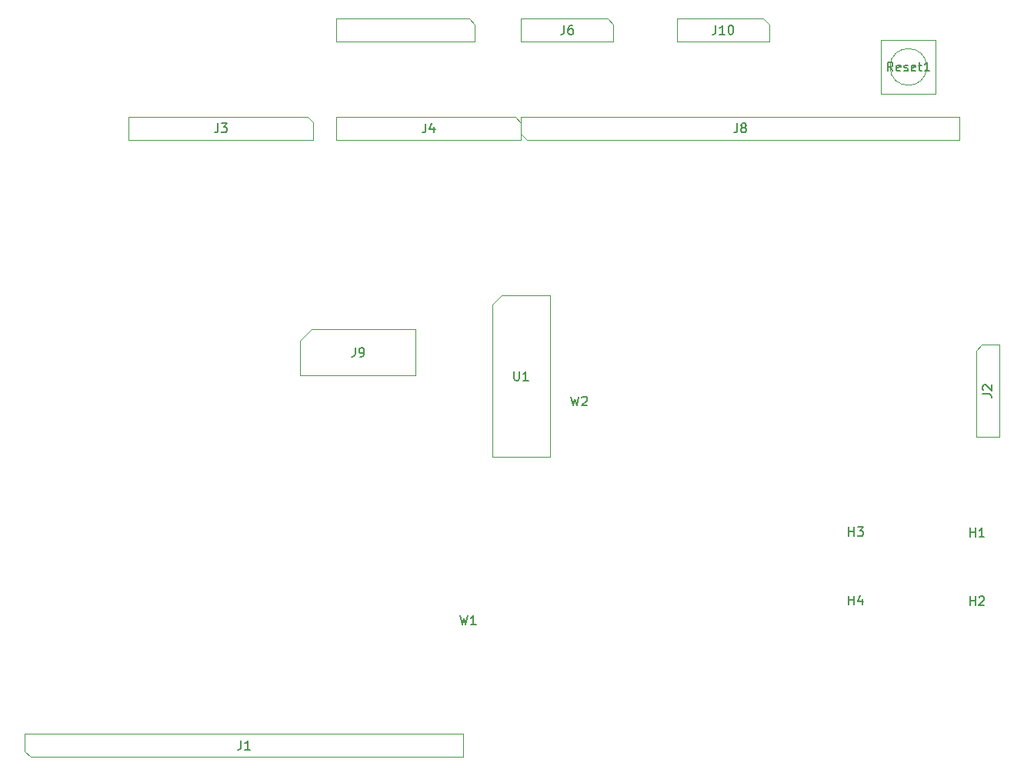
<source format=gbr>
G04 #@! TF.GenerationSoftware,KiCad,Pcbnew,7.0.9*
G04 #@! TF.CreationDate,2024-04-03T04:08:09-05:00*
G04 #@! TF.ProjectId,Arduino Controller - Entrex Trapezoid,41726475-696e-46f2-9043-6f6e74726f6c,rev?*
G04 #@! TF.SameCoordinates,Original*
G04 #@! TF.FileFunction,AssemblyDrawing,Top*
%FSLAX46Y46*%
G04 Gerber Fmt 4.6, Leading zero omitted, Abs format (unit mm)*
G04 Created by KiCad (PCBNEW 7.0.9) date 2024-04-03 04:08:09*
%MOMM*%
%LPD*%
G01*
G04 APERTURE LIST*
%ADD10C,0.150000*%
%ADD11C,0.100000*%
G04 APERTURE END LIST*
D10*
X153022819Y-84489333D02*
X153737104Y-84489333D01*
X153737104Y-84489333D02*
X153879961Y-84536952D01*
X153879961Y-84536952D02*
X153975200Y-84632190D01*
X153975200Y-84632190D02*
X154022819Y-84775047D01*
X154022819Y-84775047D02*
X154022819Y-84870285D01*
X153118057Y-84060761D02*
X153070438Y-84013142D01*
X153070438Y-84013142D02*
X153022819Y-83917904D01*
X153022819Y-83917904D02*
X153022819Y-83679809D01*
X153022819Y-83679809D02*
X153070438Y-83584571D01*
X153070438Y-83584571D02*
X153118057Y-83536952D01*
X153118057Y-83536952D02*
X153213295Y-83489333D01*
X153213295Y-83489333D02*
X153308533Y-83489333D01*
X153308533Y-83489333D02*
X153451390Y-83536952D01*
X153451390Y-83536952D02*
X154022819Y-84108380D01*
X154022819Y-84108380D02*
X154022819Y-83489333D01*
X91732666Y-54710819D02*
X91732666Y-55425104D01*
X91732666Y-55425104D02*
X91685047Y-55567961D01*
X91685047Y-55567961D02*
X91589809Y-55663200D01*
X91589809Y-55663200D02*
X91446952Y-55710819D01*
X91446952Y-55710819D02*
X91351714Y-55710819D01*
X92637428Y-55044152D02*
X92637428Y-55710819D01*
X92399333Y-54663200D02*
X92161238Y-55377485D01*
X92161238Y-55377485D02*
X92780285Y-55377485D01*
X68872666Y-54700819D02*
X68872666Y-55415104D01*
X68872666Y-55415104D02*
X68825047Y-55557961D01*
X68825047Y-55557961D02*
X68729809Y-55653200D01*
X68729809Y-55653200D02*
X68586952Y-55700819D01*
X68586952Y-55700819D02*
X68491714Y-55700819D01*
X69253619Y-54700819D02*
X69872666Y-54700819D01*
X69872666Y-54700819D02*
X69539333Y-55081771D01*
X69539333Y-55081771D02*
X69682190Y-55081771D01*
X69682190Y-55081771D02*
X69777428Y-55129390D01*
X69777428Y-55129390D02*
X69825047Y-55177009D01*
X69825047Y-55177009D02*
X69872666Y-55272247D01*
X69872666Y-55272247D02*
X69872666Y-55510342D01*
X69872666Y-55510342D02*
X69825047Y-55605580D01*
X69825047Y-55605580D02*
X69777428Y-55653200D01*
X69777428Y-55653200D02*
X69682190Y-55700819D01*
X69682190Y-55700819D02*
X69396476Y-55700819D01*
X69396476Y-55700819D02*
X69301238Y-55653200D01*
X69301238Y-55653200D02*
X69253619Y-55605580D01*
X106981666Y-43904819D02*
X106981666Y-44619104D01*
X106981666Y-44619104D02*
X106934047Y-44761961D01*
X106934047Y-44761961D02*
X106838809Y-44857200D01*
X106838809Y-44857200D02*
X106695952Y-44904819D01*
X106695952Y-44904819D02*
X106600714Y-44904819D01*
X107886428Y-43904819D02*
X107695952Y-43904819D01*
X107695952Y-43904819D02*
X107600714Y-43952438D01*
X107600714Y-43952438D02*
X107553095Y-44000057D01*
X107553095Y-44000057D02*
X107457857Y-44142914D01*
X107457857Y-44142914D02*
X107410238Y-44333390D01*
X107410238Y-44333390D02*
X107410238Y-44714342D01*
X107410238Y-44714342D02*
X107457857Y-44809580D01*
X107457857Y-44809580D02*
X107505476Y-44857200D01*
X107505476Y-44857200D02*
X107600714Y-44904819D01*
X107600714Y-44904819D02*
X107791190Y-44904819D01*
X107791190Y-44904819D02*
X107886428Y-44857200D01*
X107886428Y-44857200D02*
X107934047Y-44809580D01*
X107934047Y-44809580D02*
X107981666Y-44714342D01*
X107981666Y-44714342D02*
X107981666Y-44476247D01*
X107981666Y-44476247D02*
X107934047Y-44381009D01*
X107934047Y-44381009D02*
X107886428Y-44333390D01*
X107886428Y-44333390D02*
X107791190Y-44285771D01*
X107791190Y-44285771D02*
X107600714Y-44285771D01*
X107600714Y-44285771D02*
X107505476Y-44333390D01*
X107505476Y-44333390D02*
X107457857Y-44381009D01*
X107457857Y-44381009D02*
X107410238Y-44476247D01*
X143143713Y-48940819D02*
X142810380Y-48464628D01*
X142572285Y-48940819D02*
X142572285Y-47940819D01*
X142572285Y-47940819D02*
X142953237Y-47940819D01*
X142953237Y-47940819D02*
X143048475Y-47988438D01*
X143048475Y-47988438D02*
X143096094Y-48036057D01*
X143096094Y-48036057D02*
X143143713Y-48131295D01*
X143143713Y-48131295D02*
X143143713Y-48274152D01*
X143143713Y-48274152D02*
X143096094Y-48369390D01*
X143096094Y-48369390D02*
X143048475Y-48417009D01*
X143048475Y-48417009D02*
X142953237Y-48464628D01*
X142953237Y-48464628D02*
X142572285Y-48464628D01*
X143953237Y-48893200D02*
X143857999Y-48940819D01*
X143857999Y-48940819D02*
X143667523Y-48940819D01*
X143667523Y-48940819D02*
X143572285Y-48893200D01*
X143572285Y-48893200D02*
X143524666Y-48797961D01*
X143524666Y-48797961D02*
X143524666Y-48417009D01*
X143524666Y-48417009D02*
X143572285Y-48321771D01*
X143572285Y-48321771D02*
X143667523Y-48274152D01*
X143667523Y-48274152D02*
X143857999Y-48274152D01*
X143857999Y-48274152D02*
X143953237Y-48321771D01*
X143953237Y-48321771D02*
X144000856Y-48417009D01*
X144000856Y-48417009D02*
X144000856Y-48512247D01*
X144000856Y-48512247D02*
X143524666Y-48607485D01*
X144381809Y-48893200D02*
X144477047Y-48940819D01*
X144477047Y-48940819D02*
X144667523Y-48940819D01*
X144667523Y-48940819D02*
X144762761Y-48893200D01*
X144762761Y-48893200D02*
X144810380Y-48797961D01*
X144810380Y-48797961D02*
X144810380Y-48750342D01*
X144810380Y-48750342D02*
X144762761Y-48655104D01*
X144762761Y-48655104D02*
X144667523Y-48607485D01*
X144667523Y-48607485D02*
X144524666Y-48607485D01*
X144524666Y-48607485D02*
X144429428Y-48559866D01*
X144429428Y-48559866D02*
X144381809Y-48464628D01*
X144381809Y-48464628D02*
X144381809Y-48417009D01*
X144381809Y-48417009D02*
X144429428Y-48321771D01*
X144429428Y-48321771D02*
X144524666Y-48274152D01*
X144524666Y-48274152D02*
X144667523Y-48274152D01*
X144667523Y-48274152D02*
X144762761Y-48321771D01*
X145619904Y-48893200D02*
X145524666Y-48940819D01*
X145524666Y-48940819D02*
X145334190Y-48940819D01*
X145334190Y-48940819D02*
X145238952Y-48893200D01*
X145238952Y-48893200D02*
X145191333Y-48797961D01*
X145191333Y-48797961D02*
X145191333Y-48417009D01*
X145191333Y-48417009D02*
X145238952Y-48321771D01*
X145238952Y-48321771D02*
X145334190Y-48274152D01*
X145334190Y-48274152D02*
X145524666Y-48274152D01*
X145524666Y-48274152D02*
X145619904Y-48321771D01*
X145619904Y-48321771D02*
X145667523Y-48417009D01*
X145667523Y-48417009D02*
X145667523Y-48512247D01*
X145667523Y-48512247D02*
X145191333Y-48607485D01*
X145953238Y-48274152D02*
X146334190Y-48274152D01*
X146096095Y-47940819D02*
X146096095Y-48797961D01*
X146096095Y-48797961D02*
X146143714Y-48893200D01*
X146143714Y-48893200D02*
X146238952Y-48940819D01*
X146238952Y-48940819D02*
X146334190Y-48940819D01*
X147191333Y-48940819D02*
X146619905Y-48940819D01*
X146905619Y-48940819D02*
X146905619Y-47940819D01*
X146905619Y-47940819D02*
X146810381Y-48083676D01*
X146810381Y-48083676D02*
X146715143Y-48178914D01*
X146715143Y-48178914D02*
X146619905Y-48226533D01*
X126022666Y-54700819D02*
X126022666Y-55415104D01*
X126022666Y-55415104D02*
X125975047Y-55557961D01*
X125975047Y-55557961D02*
X125879809Y-55653200D01*
X125879809Y-55653200D02*
X125736952Y-55700819D01*
X125736952Y-55700819D02*
X125641714Y-55700819D01*
X126641714Y-55129390D02*
X126546476Y-55081771D01*
X126546476Y-55081771D02*
X126498857Y-55034152D01*
X126498857Y-55034152D02*
X126451238Y-54938914D01*
X126451238Y-54938914D02*
X126451238Y-54891295D01*
X126451238Y-54891295D02*
X126498857Y-54796057D01*
X126498857Y-54796057D02*
X126546476Y-54748438D01*
X126546476Y-54748438D02*
X126641714Y-54700819D01*
X126641714Y-54700819D02*
X126832190Y-54700819D01*
X126832190Y-54700819D02*
X126927428Y-54748438D01*
X126927428Y-54748438D02*
X126975047Y-54796057D01*
X126975047Y-54796057D02*
X127022666Y-54891295D01*
X127022666Y-54891295D02*
X127022666Y-54938914D01*
X127022666Y-54938914D02*
X126975047Y-55034152D01*
X126975047Y-55034152D02*
X126927428Y-55081771D01*
X126927428Y-55081771D02*
X126832190Y-55129390D01*
X126832190Y-55129390D02*
X126641714Y-55129390D01*
X126641714Y-55129390D02*
X126546476Y-55177009D01*
X126546476Y-55177009D02*
X126498857Y-55224628D01*
X126498857Y-55224628D02*
X126451238Y-55319866D01*
X126451238Y-55319866D02*
X126451238Y-55510342D01*
X126451238Y-55510342D02*
X126498857Y-55605580D01*
X126498857Y-55605580D02*
X126546476Y-55653200D01*
X126546476Y-55653200D02*
X126641714Y-55700819D01*
X126641714Y-55700819D02*
X126832190Y-55700819D01*
X126832190Y-55700819D02*
X126927428Y-55653200D01*
X126927428Y-55653200D02*
X126975047Y-55605580D01*
X126975047Y-55605580D02*
X127022666Y-55510342D01*
X127022666Y-55510342D02*
X127022666Y-55319866D01*
X127022666Y-55319866D02*
X126975047Y-55224628D01*
X126975047Y-55224628D02*
X126927428Y-55177009D01*
X126927428Y-55177009D02*
X126832190Y-55129390D01*
X151638095Y-100219819D02*
X151638095Y-99219819D01*
X151638095Y-99696009D02*
X152209523Y-99696009D01*
X152209523Y-100219819D02*
X152209523Y-99219819D01*
X153209523Y-100219819D02*
X152638095Y-100219819D01*
X152923809Y-100219819D02*
X152923809Y-99219819D01*
X152923809Y-99219819D02*
X152828571Y-99362676D01*
X152828571Y-99362676D02*
X152733333Y-99457914D01*
X152733333Y-99457914D02*
X152638095Y-99505533D01*
X138303095Y-107699819D02*
X138303095Y-106699819D01*
X138303095Y-107176009D02*
X138874523Y-107176009D01*
X138874523Y-107699819D02*
X138874523Y-106699819D01*
X139779285Y-107033152D02*
X139779285Y-107699819D01*
X139541190Y-106652200D02*
X139303095Y-107366485D01*
X139303095Y-107366485D02*
X139922142Y-107366485D01*
X95520238Y-108889819D02*
X95758333Y-109889819D01*
X95758333Y-109889819D02*
X95948809Y-109175533D01*
X95948809Y-109175533D02*
X96139285Y-109889819D01*
X96139285Y-109889819D02*
X96377381Y-108889819D01*
X97282142Y-109889819D02*
X96710714Y-109889819D01*
X96996428Y-109889819D02*
X96996428Y-108889819D01*
X96996428Y-108889819D02*
X96901190Y-109032676D01*
X96901190Y-109032676D02*
X96805952Y-109127914D01*
X96805952Y-109127914D02*
X96710714Y-109175533D01*
X71421666Y-122644819D02*
X71421666Y-123359104D01*
X71421666Y-123359104D02*
X71374047Y-123501961D01*
X71374047Y-123501961D02*
X71278809Y-123597200D01*
X71278809Y-123597200D02*
X71135952Y-123644819D01*
X71135952Y-123644819D02*
X71040714Y-123644819D01*
X72421666Y-123644819D02*
X71850238Y-123644819D01*
X72135952Y-123644819D02*
X72135952Y-122644819D01*
X72135952Y-122644819D02*
X72040714Y-122787676D01*
X72040714Y-122787676D02*
X71945476Y-122882914D01*
X71945476Y-122882914D02*
X71850238Y-122930533D01*
X151638095Y-107769819D02*
X151638095Y-106769819D01*
X151638095Y-107246009D02*
X152209523Y-107246009D01*
X152209523Y-107769819D02*
X152209523Y-106769819D01*
X152638095Y-106865057D02*
X152685714Y-106817438D01*
X152685714Y-106817438D02*
X152780952Y-106769819D01*
X152780952Y-106769819D02*
X153019047Y-106769819D01*
X153019047Y-106769819D02*
X153114285Y-106817438D01*
X153114285Y-106817438D02*
X153161904Y-106865057D01*
X153161904Y-106865057D02*
X153209523Y-106960295D01*
X153209523Y-106960295D02*
X153209523Y-107055533D01*
X153209523Y-107055533D02*
X153161904Y-107198390D01*
X153161904Y-107198390D02*
X152590476Y-107769819D01*
X152590476Y-107769819D02*
X153209523Y-107769819D01*
X83966666Y-79384819D02*
X83966666Y-80099104D01*
X83966666Y-80099104D02*
X83919047Y-80241961D01*
X83919047Y-80241961D02*
X83823809Y-80337200D01*
X83823809Y-80337200D02*
X83680952Y-80384819D01*
X83680952Y-80384819D02*
X83585714Y-80384819D01*
X84490476Y-80384819D02*
X84680952Y-80384819D01*
X84680952Y-80384819D02*
X84776190Y-80337200D01*
X84776190Y-80337200D02*
X84823809Y-80289580D01*
X84823809Y-80289580D02*
X84919047Y-80146723D01*
X84919047Y-80146723D02*
X84966666Y-79956247D01*
X84966666Y-79956247D02*
X84966666Y-79575295D01*
X84966666Y-79575295D02*
X84919047Y-79480057D01*
X84919047Y-79480057D02*
X84871428Y-79432438D01*
X84871428Y-79432438D02*
X84776190Y-79384819D01*
X84776190Y-79384819D02*
X84585714Y-79384819D01*
X84585714Y-79384819D02*
X84490476Y-79432438D01*
X84490476Y-79432438D02*
X84442857Y-79480057D01*
X84442857Y-79480057D02*
X84395238Y-79575295D01*
X84395238Y-79575295D02*
X84395238Y-79813390D01*
X84395238Y-79813390D02*
X84442857Y-79908628D01*
X84442857Y-79908628D02*
X84490476Y-79956247D01*
X84490476Y-79956247D02*
X84585714Y-80003866D01*
X84585714Y-80003866D02*
X84776190Y-80003866D01*
X84776190Y-80003866D02*
X84871428Y-79956247D01*
X84871428Y-79956247D02*
X84919047Y-79908628D01*
X84919047Y-79908628D02*
X84966666Y-79813390D01*
X107740238Y-84769819D02*
X107978333Y-85769819D01*
X107978333Y-85769819D02*
X108168809Y-85055533D01*
X108168809Y-85055533D02*
X108359285Y-85769819D01*
X108359285Y-85769819D02*
X108597381Y-84769819D01*
X108930714Y-84865057D02*
X108978333Y-84817438D01*
X108978333Y-84817438D02*
X109073571Y-84769819D01*
X109073571Y-84769819D02*
X109311666Y-84769819D01*
X109311666Y-84769819D02*
X109406904Y-84817438D01*
X109406904Y-84817438D02*
X109454523Y-84865057D01*
X109454523Y-84865057D02*
X109502142Y-84960295D01*
X109502142Y-84960295D02*
X109502142Y-85055533D01*
X109502142Y-85055533D02*
X109454523Y-85198390D01*
X109454523Y-85198390D02*
X108883095Y-85769819D01*
X108883095Y-85769819D02*
X109502142Y-85769819D01*
X123650476Y-43904819D02*
X123650476Y-44619104D01*
X123650476Y-44619104D02*
X123602857Y-44761961D01*
X123602857Y-44761961D02*
X123507619Y-44857200D01*
X123507619Y-44857200D02*
X123364762Y-44904819D01*
X123364762Y-44904819D02*
X123269524Y-44904819D01*
X124650476Y-44904819D02*
X124079048Y-44904819D01*
X124364762Y-44904819D02*
X124364762Y-43904819D01*
X124364762Y-43904819D02*
X124269524Y-44047676D01*
X124269524Y-44047676D02*
X124174286Y-44142914D01*
X124174286Y-44142914D02*
X124079048Y-44190533D01*
X125269524Y-43904819D02*
X125364762Y-43904819D01*
X125364762Y-43904819D02*
X125460000Y-43952438D01*
X125460000Y-43952438D02*
X125507619Y-44000057D01*
X125507619Y-44000057D02*
X125555238Y-44095295D01*
X125555238Y-44095295D02*
X125602857Y-44285771D01*
X125602857Y-44285771D02*
X125602857Y-44523866D01*
X125602857Y-44523866D02*
X125555238Y-44714342D01*
X125555238Y-44714342D02*
X125507619Y-44809580D01*
X125507619Y-44809580D02*
X125460000Y-44857200D01*
X125460000Y-44857200D02*
X125364762Y-44904819D01*
X125364762Y-44904819D02*
X125269524Y-44904819D01*
X125269524Y-44904819D02*
X125174286Y-44857200D01*
X125174286Y-44857200D02*
X125126667Y-44809580D01*
X125126667Y-44809580D02*
X125079048Y-44714342D01*
X125079048Y-44714342D02*
X125031429Y-44523866D01*
X125031429Y-44523866D02*
X125031429Y-44285771D01*
X125031429Y-44285771D02*
X125079048Y-44095295D01*
X125079048Y-44095295D02*
X125126667Y-44000057D01*
X125126667Y-44000057D02*
X125174286Y-43952438D01*
X125174286Y-43952438D02*
X125269524Y-43904819D01*
X101473095Y-82004819D02*
X101473095Y-82814342D01*
X101473095Y-82814342D02*
X101520714Y-82909580D01*
X101520714Y-82909580D02*
X101568333Y-82957200D01*
X101568333Y-82957200D02*
X101663571Y-83004819D01*
X101663571Y-83004819D02*
X101854047Y-83004819D01*
X101854047Y-83004819D02*
X101949285Y-82957200D01*
X101949285Y-82957200D02*
X101996904Y-82909580D01*
X101996904Y-82909580D02*
X102044523Y-82814342D01*
X102044523Y-82814342D02*
X102044523Y-82004819D01*
X103044523Y-83004819D02*
X102473095Y-83004819D01*
X102758809Y-83004819D02*
X102758809Y-82004819D01*
X102758809Y-82004819D02*
X102663571Y-82147676D01*
X102663571Y-82147676D02*
X102568333Y-82242914D01*
X102568333Y-82242914D02*
X102473095Y-82290533D01*
X138303095Y-100149819D02*
X138303095Y-99149819D01*
X138303095Y-99626009D02*
X138874523Y-99626009D01*
X138874523Y-100149819D02*
X138874523Y-99149819D01*
X139255476Y-99149819D02*
X139874523Y-99149819D01*
X139874523Y-99149819D02*
X139541190Y-99530771D01*
X139541190Y-99530771D02*
X139684047Y-99530771D01*
X139684047Y-99530771D02*
X139779285Y-99578390D01*
X139779285Y-99578390D02*
X139826904Y-99626009D01*
X139826904Y-99626009D02*
X139874523Y-99721247D01*
X139874523Y-99721247D02*
X139874523Y-99959342D01*
X139874523Y-99959342D02*
X139826904Y-100054580D01*
X139826904Y-100054580D02*
X139779285Y-100102200D01*
X139779285Y-100102200D02*
X139684047Y-100149819D01*
X139684047Y-100149819D02*
X139398333Y-100149819D01*
X139398333Y-100149819D02*
X139303095Y-100102200D01*
X139303095Y-100102200D02*
X139255476Y-100054580D01*
D11*
X152298000Y-79711000D02*
X152933000Y-79076000D01*
X152298000Y-89236000D02*
X152298000Y-79711000D01*
X152933000Y-79076000D02*
X154838000Y-79076000D01*
X154838000Y-79076000D02*
X154838000Y-89236000D01*
X154838000Y-89236000D02*
X152298000Y-89236000D01*
X101591000Y-53986000D02*
X102226000Y-54621000D01*
X81906000Y-53986000D02*
X101591000Y-53986000D01*
X102226000Y-54621000D02*
X102226000Y-56526000D01*
X102226000Y-56526000D02*
X81906000Y-56526000D01*
X81906000Y-56526000D02*
X81906000Y-53986000D01*
X78731000Y-53976000D02*
X79366000Y-54611000D01*
X59046000Y-53976000D02*
X78731000Y-53976000D01*
X79366000Y-54611000D02*
X79366000Y-56516000D01*
X79366000Y-56516000D02*
X59046000Y-56516000D01*
X59046000Y-56516000D02*
X59046000Y-53976000D01*
X96520000Y-43180000D02*
X97155000Y-43815000D01*
X81915000Y-43180000D02*
X96520000Y-43180000D01*
X97155000Y-43815000D02*
X97155000Y-45720000D01*
X97155000Y-45720000D02*
X81915000Y-45720000D01*
X81915000Y-45720000D02*
X81915000Y-43180000D01*
X111760000Y-43180000D02*
X112395000Y-43815000D01*
X102235000Y-43180000D02*
X111760000Y-43180000D01*
X112395000Y-43815000D02*
X112395000Y-45720000D01*
X112395000Y-45720000D02*
X102235000Y-45720000D01*
X102235000Y-45720000D02*
X102235000Y-43180000D01*
X147858000Y-51486000D02*
X144858000Y-51486000D01*
X147858000Y-45486000D02*
X147858000Y-51486000D01*
X144858000Y-51486000D02*
X141858000Y-51486000D01*
X141858000Y-51486000D02*
X141858000Y-45486000D01*
X141858000Y-45486000D02*
X147858000Y-45486000D01*
X146873564Y-48486000D02*
G75*
G03*
X146873564Y-48486000I-2015564J0D01*
G01*
X102861000Y-56516000D02*
X102226000Y-55881000D01*
X150486000Y-56516000D02*
X102861000Y-56516000D01*
X102226000Y-55881000D02*
X102226000Y-53976000D01*
X102226000Y-53976000D02*
X150486000Y-53976000D01*
X150486000Y-53976000D02*
X150486000Y-56516000D01*
X48260000Y-124460000D02*
X47625000Y-123825000D01*
X95885000Y-124460000D02*
X48260000Y-124460000D01*
X47625000Y-123825000D02*
X47625000Y-121920000D01*
X47625000Y-121920000D02*
X95885000Y-121920000D01*
X95885000Y-121920000D02*
X95885000Y-124460000D01*
X77950000Y-82470000D02*
X90650000Y-82470000D01*
X90650000Y-82470000D02*
X90650000Y-77390000D01*
X77950000Y-78660000D02*
X77950000Y-82470000D01*
X79220000Y-77390000D02*
X77950000Y-78660000D01*
X90650000Y-77390000D02*
X79220000Y-77390000D01*
X128905000Y-43180000D02*
X129540000Y-43815000D01*
X119380000Y-43180000D02*
X128905000Y-43180000D01*
X129540000Y-43815000D02*
X129540000Y-45720000D01*
X129540000Y-45720000D02*
X119380000Y-45720000D01*
X119380000Y-45720000D02*
X119380000Y-43180000D01*
X99060000Y-74660000D02*
X100060000Y-73660000D01*
X99060000Y-91440000D02*
X99060000Y-74660000D01*
X100060000Y-73660000D02*
X105410000Y-73660000D01*
X105410000Y-73660000D02*
X105410000Y-91440000D01*
X105410000Y-91440000D02*
X99060000Y-91440000D01*
M02*

</source>
